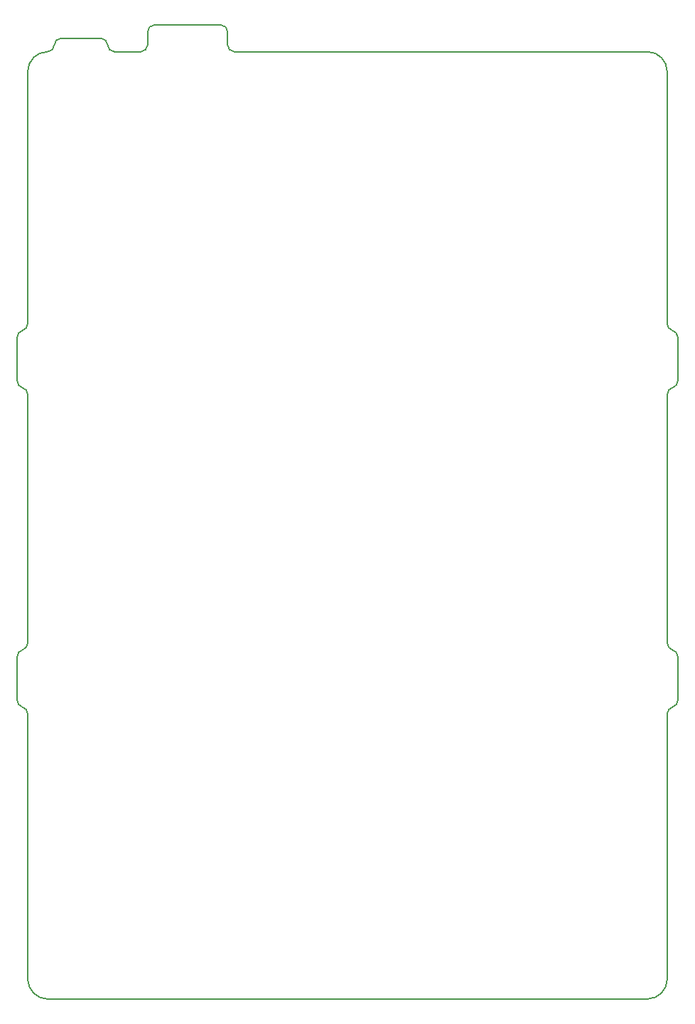
<source format=gbr>
%TF.GenerationSoftware,KiCad,Pcbnew,(6.0.7)*%
%TF.CreationDate,2022-10-13T01:40:36-05:00*%
%TF.ProjectId,Container65,436f6e74-6169-46e6-9572-36352e6b6963,rev?*%
%TF.SameCoordinates,Original*%
%TF.FileFunction,Profile,NP*%
%FSLAX46Y46*%
G04 Gerber Fmt 4.6, Leading zero omitted, Abs format (unit mm)*
G04 Created by KiCad (PCBNEW (6.0.7)) date 2022-10-13 01:40:36*
%MOMM*%
%LPD*%
G01*
G04 APERTURE LIST*
%TA.AperFunction,Profile*%
%ADD10C,0.150000*%
%TD*%
G04 APERTURE END LIST*
D10*
X39687494Y-100200000D02*
G75*
G03*
X39037500Y-99400000I-831094J-11200D01*
G01*
X115887500Y-100200000D02*
X115887500Y-131762500D01*
X49212499Y-20637451D02*
G75*
G03*
X48418701Y-19843701I-793799J-49D01*
G01*
X38437500Y-93400000D02*
X38437500Y-98600000D01*
X113506250Y-134143750D02*
X42068750Y-134143750D01*
X39087507Y-54600023D02*
G75*
G03*
X39687500Y-53800000I-233107J799823D01*
G01*
X39687500Y-53800000D02*
X39687500Y-23812500D01*
X42068801Y-21431351D02*
G75*
G03*
X42862551Y-20637551I-101J793851D01*
G01*
X39087507Y-92600023D02*
G75*
G03*
X39687500Y-91800000I-233107J799823D01*
G01*
X113506250Y-21431250D02*
X64293750Y-21431250D01*
X53975000Y-20637500D02*
X53975000Y-19050000D01*
X48418701Y-19843701D02*
X43656301Y-19843801D01*
X115887500Y-62200000D02*
X115887500Y-91800000D01*
X115887524Y-91800000D02*
G75*
G03*
X116487500Y-92600000I833076J-200D01*
G01*
X53181250Y-21431250D02*
X50006201Y-21431201D01*
X115887524Y-53800000D02*
G75*
G03*
X116487500Y-54600000I833076J-200D01*
G01*
X39687450Y-131762500D02*
G75*
G03*
X42068750Y-134143750I2381250J0D01*
G01*
X43656301Y-19843851D02*
G75*
G03*
X42862551Y-20637551I-1J-793749D01*
G01*
X39087499Y-92599995D02*
G75*
G03*
X38437500Y-93400000I181101J-811205D01*
G01*
X49212499Y-20637451D02*
G75*
G03*
X50006201Y-21431201I793801J51D01*
G01*
X113506250Y-134143700D02*
G75*
G03*
X115887500Y-131762500I-50J2381300D01*
G01*
X117137494Y-55400000D02*
G75*
G03*
X116487500Y-54600000I-831094J-11200D01*
G01*
X116537507Y-99400023D02*
G75*
G03*
X117137500Y-98600000I-233107J799823D01*
G01*
X117137500Y-60600000D02*
X117137500Y-55400000D01*
X54768750Y-18256300D02*
G75*
G03*
X53975000Y-19050000I50J-793800D01*
G01*
X39087499Y-54599995D02*
G75*
G03*
X38437500Y-55400000I181101J-811205D01*
G01*
X39687500Y-91800000D02*
X39687500Y-62200000D01*
X63499950Y-20637500D02*
G75*
G03*
X64293750Y-21431250I793850J100D01*
G01*
X42068750Y-21431250D02*
G75*
G03*
X39687500Y-23812500I150J-2381400D01*
G01*
X39687500Y-100200000D02*
X39687500Y-131762500D01*
X116537499Y-99399995D02*
G75*
G03*
X115887500Y-100200000I181101J-811205D01*
G01*
X38437524Y-60600000D02*
G75*
G03*
X39037500Y-61400000I833076J-200D01*
G01*
X115887550Y-23812500D02*
G75*
G03*
X113506250Y-21431250I-2381450J-200D01*
G01*
X115887500Y-23812500D02*
X115887500Y-53800000D01*
X117137500Y-98600000D02*
X117137500Y-93400000D01*
X117137494Y-93400000D02*
G75*
G03*
X116487500Y-92600000I-831094J-11200D01*
G01*
X63500000Y-19050000D02*
X63500000Y-20637500D01*
X39687494Y-62200000D02*
G75*
G03*
X39037500Y-61400000I-831094J-11200D01*
G01*
X63500050Y-19050000D02*
G75*
G03*
X62706250Y-18256250I-793850J-100D01*
G01*
X38437524Y-98600000D02*
G75*
G03*
X39037500Y-99400000I833076J-200D01*
G01*
X116537507Y-61400023D02*
G75*
G03*
X117137500Y-60600000I-233107J799823D01*
G01*
X54768750Y-18256250D02*
X62706250Y-18256250D01*
X53181250Y-21431200D02*
G75*
G03*
X53975000Y-20637500I-50J793800D01*
G01*
X116537499Y-61399995D02*
G75*
G03*
X115887500Y-62200000I181101J-811205D01*
G01*
X38437500Y-55400000D02*
X38437500Y-60600000D01*
M02*

</source>
